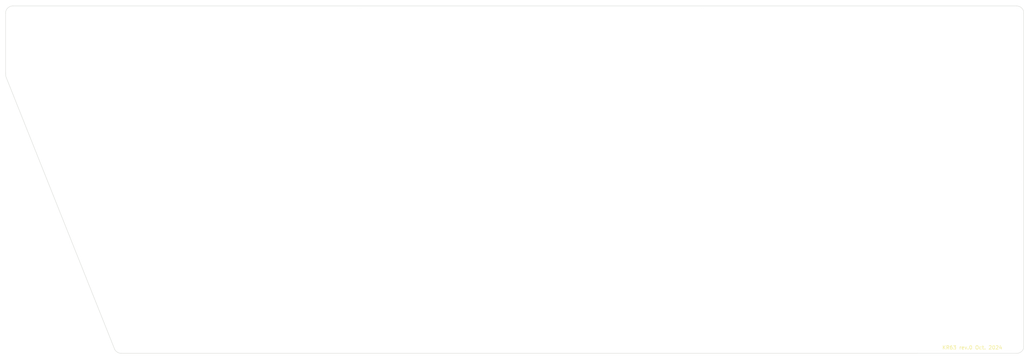
<source format=kicad_pcb>
(kicad_pcb (version 20221018) (generator pcbnew)
  (layers (0 "F.Cu" signal) (31 "B.Cu" signal) (34 "B.Paste" user) (35 "F.Paste" user) (36 "B.SilkS" user "B.Silkscreen") (37 "F.SilkS" user "F.Silkscreen") (38 "B.Mask" user) (39 "F.Mask" user) (44 "Edge.Cuts" user))
  (net 0 "")
  (footprint "kbd_Hole:m2_Screw_Hole" (layer "F.Cu") (at 147.31625 135.93375)
    (fp_text reference "Ref**")
    (fp_text value "Val**")
    (pad "" np_thru_hole circle (at 0 0) (size 2.2 2.2) (drill 2.2) (layers "*.Cu" "*.Mask"))
  )
  (footprint "kbd_Hole:m2_Screw_Hole" (layer "F.Cu") (at 51.71625 135.934)
    (fp_text reference "Ref**")
    (fp_text value "Val**")
    (pad "" np_thru_hole circle (at 0 0) (size 2.2 2.2) (drill 2.2) (layers "*.Cu" "*.Mask"))
  )
  (footprint "kbd_Hole:m2_Screw_Hole" (layer "F.Cu") (at 299.31625 135.934)
    (fp_text reference "Ref**")
    (fp_text value "Val**")
    (pad "" np_thru_hole circle (at 0 0) (size 2.2 2.2) (drill 2.2) (layers "*.Cu" "*.Mask"))
  )
  (footprint "kbd_Hole:m2_Screw_Hole" (layer "F.Cu") (at 197.31625 99.93375)
    (fp_text reference "Ref**")
    (fp_text value "Val**")
    (pad "" np_thru_hole circle (at 0 0) (size 2.2 2.2) (drill 2.2) (layers "*.Cu" "*.Mask"))
  )
  (footprint "kbd_Hole:m2_Screw_Hole" (layer "F.Cu") (at 101.81625 99.93375)
    (fp_text reference "Ref**")
    (fp_text value "Val**")
    (pad "" np_thru_hole circle (at 0 0) (size 2.2 2.2) (drill 2.2) (layers "*.Cu" "*.Mask"))
  )
  (footprint "kbd_Hole:m2_Screw_Hole" (layer "F.Cu") (at 21.81625 44.3338 -90)
    (fp_text reference "Ref**")
    (fp_text value "Val**")
    (pad "" np_thru_hole circle (at 0 0 270) (size 2.2 2.2) (drill 2.2) (layers "*.Cu" "*.Mask"))
  )
  (footprint "kbd_Hole:m2_Screw_Hole" (layer "F.Cu") (at 212.61625 44.33375)
    (fp_text reference "Ref**")
    (fp_text value "Val**")
    (pad "" np_thru_hole circle (at 0 0) (size 2.2 2.2) (drill 2.2) (layers "*.Cu" "*.Mask"))
  )
  (footprint "kbd_Hole:m2_Screw_Hole" (layer "F.Cu") (at 219.31625 135.93375)
    (fp_text reference "Ref**")
    (fp_text value "Val**")
    (pad "" np_thru_hole circle (at 0 0) (size 2.2 2.2) (drill 2.2) (layers "*.Cu" "*.Mask"))
  )
  (footprint "kbd_Hole:m2_Screw_Hole" (layer "F.Cu") (at 270.21625 44.43375)
    (fp_text reference "Ref**")
    (fp_text value "Val**")
    (pad "" np_thru_hole circle (at 0 0) (size 2.2 2.2) (drill 2.2) (layers "*.Cu" "*.Mask"))
  )
  (footprint "kbd_Hole:m2_Screw_Hole" (layer "F.Cu") (at 21.8163 61.03375)
    (fp_text reference "Ref**")
    (fp_text value "Val**")
    (pad "" np_thru_hole circle (at 0 0) (size 2.2 2.2) (drill 2.2) (layers "*.Cu" "*.Mask"))
  )
  (footprint "kbd_Hole:m2_Screw_Hole" (layer "F.Cu") (at 117.31625 44.33375)
    (fp_text reference "Ref**")
    (fp_text value "Val**" hide)
    (pad "" np_thru_hole circle (at 0 0) (size 2.2 2.2) (drill 2.2) (layers "*.Cu" "*.Mask"))
  )
  (footprint "kbd_Hole:m2_Screw_Hole" (layer "F.Cu") (at 299.31625 90.73375)
    (fp_text reference "Ref**")
    (fp_text value "Val**")
    (pad "" np_thru_hole circle (at 0 0) (size 2.2 2.2) (drill 2.2) (layers "*.Cu" "*.Mask"))
  )
  (gr_arc (start 19.31625 43.93375) (mid 19.902036 42.519536) (end 21.31625 41.93375) (stroke (width 0.1)) (layer "Edge.Cuts"))
  (gr_line (start 301.816 43.93375) (end 301.816 136.434) (stroke (width 0.1)) (layer "Edge.Cuts"))
  (gr_line (start 49.578859 137.326876) (end 19.50422 61.83375) (stroke (width 0.1)) (layer "Edge.Cuts"))
  (gr_arc (start 51.367712 138.432448) (mid 50.31625 138.13375) (end 49.578859 137.326876) (stroke (width 0.1)) (layer "Edge.Cuts"))
  (gr_line (start 299.816 138.434) (end 51.367712 138.432448) (stroke (width 0.1)) (layer "Edge.Cuts"))
  (gr_arc (start 301.816 136.434) (mid 301.256595 137.874432) (end 299.816 138.434) (stroke (width 0.1)) (layer "Edge.Cuts"))
  (gr_line (start 19.31625 43.93375) (end 19.31625 60.666006) (stroke (width 0.1)) (layer "Edge.Cuts"))
  (gr_arc (start 299.81625 41.93375) (mid 301.230464 42.519536) (end 301.81625 43.93375) (stroke (width 0.1)) (layer "Edge.Cuts"))
  (gr_arc (start 19.50422 61.83375) (mid 19.354056 61.258921) (end 19.31625 60.666006) (stroke (width 0.1)) (layer "Edge.Cuts"))
  (gr_line (start 21.31625 41.93375) (end 299.81625 41.93375) (stroke (width 0.1)) (layer "Edge.Cuts"))
  (gr_text "KR63 rev.0 Oct. 2024" (at 279.11625 137.43375) (layer "F.SilkS") (effects (font (size 1 1)) (justify left bottom)))
)
</source>
